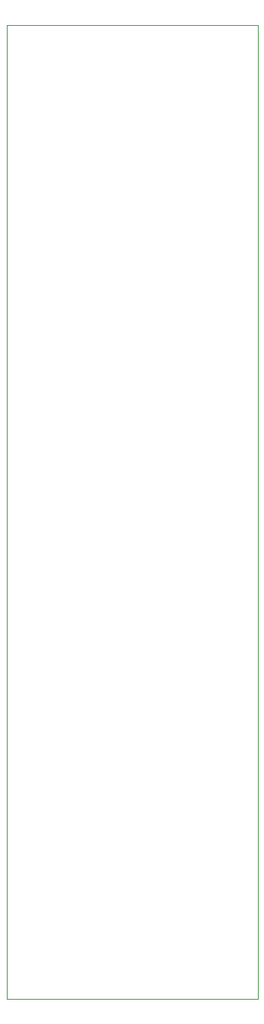
<source format=gm1>
%TF.GenerationSoftware,KiCad,Pcbnew,(6.0.1)*%
%TF.CreationDate,2023-01-24T19:01:18-05:00*%
%TF.ProjectId,ER-PROTO-03-MOZZI-DB,45522d50-524f-4544-9f2d-30332d4d4f5a,1*%
%TF.SameCoordinates,Original*%
%TF.FileFunction,Profile,NP*%
%FSLAX46Y46*%
G04 Gerber Fmt 4.6, Leading zero omitted, Abs format (unit mm)*
G04 Created by KiCad (PCBNEW (6.0.1)) date 2023-01-24 19:01:18*
%MOMM*%
%LPD*%
G01*
G04 APERTURE LIST*
%TA.AperFunction,Profile*%
%ADD10C,0.100000*%
%TD*%
G04 APERTURE END LIST*
D10*
X98500000Y-10000000D02*
X126500000Y-10000000D01*
X126500000Y-10000000D02*
X126500000Y-118500000D01*
X126500000Y-118500000D02*
X98500000Y-118500000D01*
X98500000Y-118500000D02*
X98500000Y-10000000D01*
M02*

</source>
